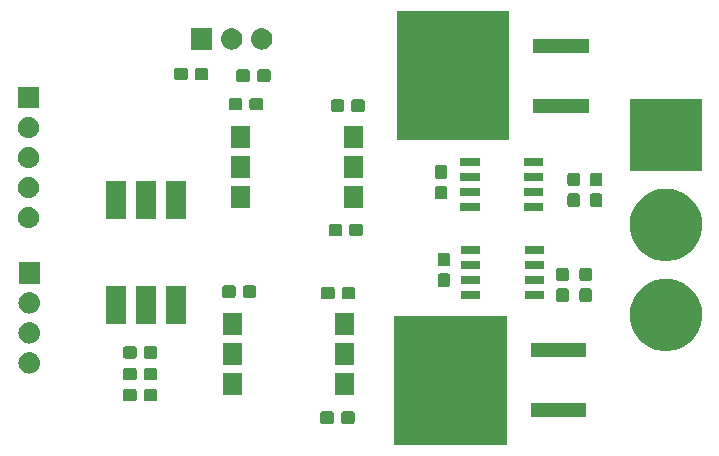
<source format=gbr>
G04 #@! TF.GenerationSoftware,KiCad,Pcbnew,5.0.0+dfsg1-2*
G04 #@! TF.CreationDate,2018-11-18T20:59:02-06:00*
G04 #@! TF.ProjectId,dimmer-2ch,64696D6D65722D3263682E6B69636164,rev?*
G04 #@! TF.SameCoordinates,Original*
G04 #@! TF.FileFunction,Soldermask,Top*
G04 #@! TF.FilePolarity,Negative*
%FSLAX46Y46*%
G04 Gerber Fmt 4.6, Leading zero omitted, Abs format (unit mm)*
G04 Created by KiCad (PCBNEW 5.0.0+dfsg1-2) date Sun Nov 18 20:59:02 2018*
%MOMM*%
%LPD*%
G01*
G04 APERTURE LIST*
%ADD10C,0.100000*%
G04 APERTURE END LIST*
D10*
G36*
X161904000Y-121275000D02*
X152402000Y-121275000D01*
X152402000Y-110373000D01*
X161904000Y-110373000D01*
X161904000Y-121275000D01*
X161904000Y-121275000D01*
G37*
G36*
X148863499Y-118477445D02*
X148900993Y-118488819D01*
X148935557Y-118507294D01*
X148965847Y-118532153D01*
X148990706Y-118562443D01*
X149009181Y-118597007D01*
X149020555Y-118634501D01*
X149025000Y-118679638D01*
X149025000Y-119318362D01*
X149020555Y-119363499D01*
X149009181Y-119400993D01*
X148990706Y-119435557D01*
X148965847Y-119465847D01*
X148935557Y-119490706D01*
X148900993Y-119509181D01*
X148863499Y-119520555D01*
X148818362Y-119525000D01*
X148079638Y-119525000D01*
X148034501Y-119520555D01*
X147997007Y-119509181D01*
X147962443Y-119490706D01*
X147932153Y-119465847D01*
X147907294Y-119435557D01*
X147888819Y-119400993D01*
X147877445Y-119363499D01*
X147873000Y-119318362D01*
X147873000Y-118679638D01*
X147877445Y-118634501D01*
X147888819Y-118597007D01*
X147907294Y-118562443D01*
X147932153Y-118532153D01*
X147962443Y-118507294D01*
X147997007Y-118488819D01*
X148034501Y-118477445D01*
X148079638Y-118473000D01*
X148818362Y-118473000D01*
X148863499Y-118477445D01*
X148863499Y-118477445D01*
G37*
G36*
X147113499Y-118477445D02*
X147150993Y-118488819D01*
X147185557Y-118507294D01*
X147215847Y-118532153D01*
X147240706Y-118562443D01*
X147259181Y-118597007D01*
X147270555Y-118634501D01*
X147275000Y-118679638D01*
X147275000Y-119318362D01*
X147270555Y-119363499D01*
X147259181Y-119400993D01*
X147240706Y-119435557D01*
X147215847Y-119465847D01*
X147185557Y-119490706D01*
X147150993Y-119509181D01*
X147113499Y-119520555D01*
X147068362Y-119525000D01*
X146329638Y-119525000D01*
X146284501Y-119520555D01*
X146247007Y-119509181D01*
X146212443Y-119490706D01*
X146182153Y-119465847D01*
X146157294Y-119435557D01*
X146138819Y-119400993D01*
X146127445Y-119363499D01*
X146123000Y-119318362D01*
X146123000Y-118679638D01*
X146127445Y-118634501D01*
X146138819Y-118597007D01*
X146157294Y-118562443D01*
X146182153Y-118532153D01*
X146212443Y-118507294D01*
X146247007Y-118488819D01*
X146284501Y-118477445D01*
X146329638Y-118473000D01*
X147068362Y-118473000D01*
X147113499Y-118477445D01*
X147113499Y-118477445D01*
G37*
G36*
X168654000Y-118965000D02*
X163952000Y-118965000D01*
X163952000Y-117763000D01*
X168654000Y-117763000D01*
X168654000Y-118965000D01*
X168654000Y-118965000D01*
G37*
G36*
X130412999Y-116572445D02*
X130450493Y-116583819D01*
X130485057Y-116602294D01*
X130515347Y-116627153D01*
X130540206Y-116657443D01*
X130558681Y-116692007D01*
X130570055Y-116729501D01*
X130574500Y-116774638D01*
X130574500Y-117413362D01*
X130570055Y-117458499D01*
X130558681Y-117495993D01*
X130540206Y-117530557D01*
X130515347Y-117560847D01*
X130485057Y-117585706D01*
X130450493Y-117604181D01*
X130412999Y-117615555D01*
X130367862Y-117620000D01*
X129629138Y-117620000D01*
X129584001Y-117615555D01*
X129546507Y-117604181D01*
X129511943Y-117585706D01*
X129481653Y-117560847D01*
X129456794Y-117530557D01*
X129438319Y-117495993D01*
X129426945Y-117458499D01*
X129422500Y-117413362D01*
X129422500Y-116774638D01*
X129426945Y-116729501D01*
X129438319Y-116692007D01*
X129456794Y-116657443D01*
X129481653Y-116627153D01*
X129511943Y-116602294D01*
X129546507Y-116583819D01*
X129584001Y-116572445D01*
X129629138Y-116568000D01*
X130367862Y-116568000D01*
X130412999Y-116572445D01*
X130412999Y-116572445D01*
G37*
G36*
X132162999Y-116572445D02*
X132200493Y-116583819D01*
X132235057Y-116602294D01*
X132265347Y-116627153D01*
X132290206Y-116657443D01*
X132308681Y-116692007D01*
X132320055Y-116729501D01*
X132324500Y-116774638D01*
X132324500Y-117413362D01*
X132320055Y-117458499D01*
X132308681Y-117495993D01*
X132290206Y-117530557D01*
X132265347Y-117560847D01*
X132235057Y-117585706D01*
X132200493Y-117604181D01*
X132162999Y-117615555D01*
X132117862Y-117620000D01*
X131379138Y-117620000D01*
X131334001Y-117615555D01*
X131296507Y-117604181D01*
X131261943Y-117585706D01*
X131231653Y-117560847D01*
X131206794Y-117530557D01*
X131188319Y-117495993D01*
X131176945Y-117458499D01*
X131172500Y-117413362D01*
X131172500Y-116774638D01*
X131176945Y-116729501D01*
X131188319Y-116692007D01*
X131206794Y-116657443D01*
X131231653Y-116627153D01*
X131261943Y-116602294D01*
X131296507Y-116583819D01*
X131334001Y-116572445D01*
X131379138Y-116568000D01*
X132117862Y-116568000D01*
X132162999Y-116572445D01*
X132162999Y-116572445D01*
G37*
G36*
X149008000Y-117109000D02*
X147406000Y-117109000D01*
X147406000Y-115227000D01*
X149008000Y-115227000D01*
X149008000Y-117109000D01*
X149008000Y-117109000D01*
G37*
G36*
X139478000Y-117109000D02*
X137876000Y-117109000D01*
X137876000Y-115227000D01*
X139478000Y-115227000D01*
X139478000Y-117109000D01*
X139478000Y-117109000D01*
G37*
G36*
X132162999Y-114794445D02*
X132200493Y-114805819D01*
X132235057Y-114824294D01*
X132265347Y-114849153D01*
X132290206Y-114879443D01*
X132308681Y-114914007D01*
X132320055Y-114951501D01*
X132324500Y-114996638D01*
X132324500Y-115635362D01*
X132320055Y-115680499D01*
X132308681Y-115717993D01*
X132290206Y-115752557D01*
X132265347Y-115782847D01*
X132235057Y-115807706D01*
X132200493Y-115826181D01*
X132162999Y-115837555D01*
X132117862Y-115842000D01*
X131379138Y-115842000D01*
X131334001Y-115837555D01*
X131296507Y-115826181D01*
X131261943Y-115807706D01*
X131231653Y-115782847D01*
X131206794Y-115752557D01*
X131188319Y-115717993D01*
X131176945Y-115680499D01*
X131172500Y-115635362D01*
X131172500Y-114996638D01*
X131176945Y-114951501D01*
X131188319Y-114914007D01*
X131206794Y-114879443D01*
X131231653Y-114849153D01*
X131261943Y-114824294D01*
X131296507Y-114805819D01*
X131334001Y-114794445D01*
X131379138Y-114790000D01*
X132117862Y-114790000D01*
X132162999Y-114794445D01*
X132162999Y-114794445D01*
G37*
G36*
X130412999Y-114794445D02*
X130450493Y-114805819D01*
X130485057Y-114824294D01*
X130515347Y-114849153D01*
X130540206Y-114879443D01*
X130558681Y-114914007D01*
X130570055Y-114951501D01*
X130574500Y-114996638D01*
X130574500Y-115635362D01*
X130570055Y-115680499D01*
X130558681Y-115717993D01*
X130540206Y-115752557D01*
X130515347Y-115782847D01*
X130485057Y-115807706D01*
X130450493Y-115826181D01*
X130412999Y-115837555D01*
X130367862Y-115842000D01*
X129629138Y-115842000D01*
X129584001Y-115837555D01*
X129546507Y-115826181D01*
X129511943Y-115807706D01*
X129481653Y-115782847D01*
X129456794Y-115752557D01*
X129438319Y-115717993D01*
X129426945Y-115680499D01*
X129422500Y-115635362D01*
X129422500Y-114996638D01*
X129426945Y-114951501D01*
X129438319Y-114914007D01*
X129456794Y-114879443D01*
X129481653Y-114849153D01*
X129511943Y-114824294D01*
X129546507Y-114805819D01*
X129584001Y-114794445D01*
X129629138Y-114790000D01*
X130367862Y-114790000D01*
X130412999Y-114794445D01*
X130412999Y-114794445D01*
G37*
G36*
X121585942Y-113469018D02*
X121652127Y-113475537D01*
X121765353Y-113509884D01*
X121821967Y-113527057D01*
X121960587Y-113601152D01*
X121978491Y-113610722D01*
X122014229Y-113640052D01*
X122115686Y-113723314D01*
X122173582Y-113793862D01*
X122228278Y-113860509D01*
X122228279Y-113860511D01*
X122311943Y-114017033D01*
X122311943Y-114017034D01*
X122363463Y-114186873D01*
X122380859Y-114363500D01*
X122363463Y-114540127D01*
X122354704Y-114569000D01*
X122311943Y-114709967D01*
X122269164Y-114790000D01*
X122228278Y-114866491D01*
X122217648Y-114879443D01*
X122115686Y-115003686D01*
X122014229Y-115086948D01*
X121978491Y-115116278D01*
X121978489Y-115116279D01*
X121821967Y-115199943D01*
X121765353Y-115217116D01*
X121652127Y-115251463D01*
X121585943Y-115257981D01*
X121519760Y-115264500D01*
X121431240Y-115264500D01*
X121365057Y-115257981D01*
X121298873Y-115251463D01*
X121185647Y-115217116D01*
X121129033Y-115199943D01*
X120972511Y-115116279D01*
X120972509Y-115116278D01*
X120936771Y-115086948D01*
X120835314Y-115003686D01*
X120733352Y-114879443D01*
X120722722Y-114866491D01*
X120681836Y-114790000D01*
X120639057Y-114709967D01*
X120596296Y-114569000D01*
X120587537Y-114540127D01*
X120570141Y-114363500D01*
X120587537Y-114186873D01*
X120639057Y-114017034D01*
X120639057Y-114017033D01*
X120722721Y-113860511D01*
X120722722Y-113860509D01*
X120777418Y-113793862D01*
X120835314Y-113723314D01*
X120936771Y-113640052D01*
X120972509Y-113610722D01*
X120990413Y-113601152D01*
X121129033Y-113527057D01*
X121185647Y-113509884D01*
X121298873Y-113475537D01*
X121365058Y-113469018D01*
X121431240Y-113462500D01*
X121519760Y-113462500D01*
X121585942Y-113469018D01*
X121585942Y-113469018D01*
G37*
G36*
X149008000Y-114569000D02*
X147406000Y-114569000D01*
X147406000Y-112687000D01*
X149008000Y-112687000D01*
X149008000Y-114569000D01*
X149008000Y-114569000D01*
G37*
G36*
X139478000Y-114569000D02*
X137876000Y-114569000D01*
X137876000Y-112687000D01*
X139478000Y-112687000D01*
X139478000Y-114569000D01*
X139478000Y-114569000D01*
G37*
G36*
X130412999Y-112952945D02*
X130450493Y-112964319D01*
X130485057Y-112982794D01*
X130515347Y-113007653D01*
X130540206Y-113037943D01*
X130558681Y-113072507D01*
X130570055Y-113110001D01*
X130574500Y-113155138D01*
X130574500Y-113793862D01*
X130570055Y-113838999D01*
X130558681Y-113876493D01*
X130540206Y-113911057D01*
X130515347Y-113941347D01*
X130485057Y-113966206D01*
X130450493Y-113984681D01*
X130412999Y-113996055D01*
X130367862Y-114000500D01*
X129629138Y-114000500D01*
X129584001Y-113996055D01*
X129546507Y-113984681D01*
X129511943Y-113966206D01*
X129481653Y-113941347D01*
X129456794Y-113911057D01*
X129438319Y-113876493D01*
X129426945Y-113838999D01*
X129422500Y-113793862D01*
X129422500Y-113155138D01*
X129426945Y-113110001D01*
X129438319Y-113072507D01*
X129456794Y-113037943D01*
X129481653Y-113007653D01*
X129511943Y-112982794D01*
X129546507Y-112964319D01*
X129584001Y-112952945D01*
X129629138Y-112948500D01*
X130367862Y-112948500D01*
X130412999Y-112952945D01*
X130412999Y-112952945D01*
G37*
G36*
X132162999Y-112952945D02*
X132200493Y-112964319D01*
X132235057Y-112982794D01*
X132265347Y-113007653D01*
X132290206Y-113037943D01*
X132308681Y-113072507D01*
X132320055Y-113110001D01*
X132324500Y-113155138D01*
X132324500Y-113793862D01*
X132320055Y-113838999D01*
X132308681Y-113876493D01*
X132290206Y-113911057D01*
X132265347Y-113941347D01*
X132235057Y-113966206D01*
X132200493Y-113984681D01*
X132162999Y-113996055D01*
X132117862Y-114000500D01*
X131379138Y-114000500D01*
X131334001Y-113996055D01*
X131296507Y-113984681D01*
X131261943Y-113966206D01*
X131231653Y-113941347D01*
X131206794Y-113911057D01*
X131188319Y-113876493D01*
X131176945Y-113838999D01*
X131172500Y-113793862D01*
X131172500Y-113155138D01*
X131176945Y-113110001D01*
X131188319Y-113072507D01*
X131206794Y-113037943D01*
X131231653Y-113007653D01*
X131261943Y-112982794D01*
X131296507Y-112964319D01*
X131334001Y-112952945D01*
X131379138Y-112948500D01*
X132117862Y-112948500D01*
X132162999Y-112952945D01*
X132162999Y-112952945D01*
G37*
G36*
X168654000Y-113885000D02*
X163952000Y-113885000D01*
X163952000Y-112683000D01*
X168654000Y-112683000D01*
X168654000Y-113885000D01*
X168654000Y-113885000D01*
G37*
G36*
X175713122Y-107253862D02*
X176276868Y-107365998D01*
X176832067Y-107595969D01*
X177211237Y-107849323D01*
X177331736Y-107929838D01*
X177756662Y-108354764D01*
X177756664Y-108354767D01*
X178090531Y-108854433D01*
X178268256Y-109283500D01*
X178320502Y-109409633D01*
X178422754Y-109923685D01*
X178437740Y-109999028D01*
X178437740Y-110599972D01*
X178320502Y-111189368D01*
X178090531Y-111744567D01*
X177919772Y-112000125D01*
X177756662Y-112244236D01*
X177331736Y-112669162D01*
X177331733Y-112669164D01*
X176832067Y-113003031D01*
X176276868Y-113233002D01*
X175982170Y-113291621D01*
X175687473Y-113350240D01*
X175086527Y-113350240D01*
X174791830Y-113291621D01*
X174497132Y-113233002D01*
X173941933Y-113003031D01*
X173442267Y-112669164D01*
X173442264Y-112669162D01*
X173017338Y-112244236D01*
X172854228Y-112000125D01*
X172683469Y-111744567D01*
X172453498Y-111189368D01*
X172336260Y-110599972D01*
X172336260Y-109999028D01*
X172351247Y-109923685D01*
X172453498Y-109409633D01*
X172505744Y-109283500D01*
X172683469Y-108854433D01*
X173017336Y-108354767D01*
X173017338Y-108354764D01*
X173442264Y-107929838D01*
X173562763Y-107849323D01*
X173941933Y-107595969D01*
X174497132Y-107365998D01*
X175060878Y-107253862D01*
X175086527Y-107248760D01*
X175687473Y-107248760D01*
X175713122Y-107253862D01*
X175713122Y-107253862D01*
G37*
G36*
X121585943Y-110929019D02*
X121652127Y-110935537D01*
X121765353Y-110969884D01*
X121821967Y-110987057D01*
X121960587Y-111061152D01*
X121978491Y-111070722D01*
X122014229Y-111100052D01*
X122115686Y-111183314D01*
X122198948Y-111284771D01*
X122228278Y-111320509D01*
X122228279Y-111320511D01*
X122311943Y-111477033D01*
X122311943Y-111477034D01*
X122363463Y-111646873D01*
X122380859Y-111823500D01*
X122363463Y-112000127D01*
X122354704Y-112029000D01*
X122311943Y-112169967D01*
X122272246Y-112244233D01*
X122228278Y-112326491D01*
X122198948Y-112362229D01*
X122115686Y-112463686D01*
X122014229Y-112546948D01*
X121978491Y-112576278D01*
X121978489Y-112576279D01*
X121821967Y-112659943D01*
X121765353Y-112677116D01*
X121652127Y-112711463D01*
X121585943Y-112717981D01*
X121519760Y-112724500D01*
X121431240Y-112724500D01*
X121365057Y-112717981D01*
X121298873Y-112711463D01*
X121185647Y-112677116D01*
X121129033Y-112659943D01*
X120972511Y-112576279D01*
X120972509Y-112576278D01*
X120936771Y-112546948D01*
X120835314Y-112463686D01*
X120752052Y-112362229D01*
X120722722Y-112326491D01*
X120678754Y-112244233D01*
X120639057Y-112169967D01*
X120596296Y-112029000D01*
X120587537Y-112000127D01*
X120570141Y-111823500D01*
X120587537Y-111646873D01*
X120639057Y-111477034D01*
X120639057Y-111477033D01*
X120722721Y-111320511D01*
X120722722Y-111320509D01*
X120752052Y-111284771D01*
X120835314Y-111183314D01*
X120936771Y-111100052D01*
X120972509Y-111070722D01*
X120990413Y-111061152D01*
X121129033Y-110987057D01*
X121185647Y-110969884D01*
X121298873Y-110935537D01*
X121365057Y-110929019D01*
X121431240Y-110922500D01*
X121519760Y-110922500D01*
X121585943Y-110929019D01*
X121585943Y-110929019D01*
G37*
G36*
X149008000Y-112029000D02*
X147406000Y-112029000D01*
X147406000Y-110147000D01*
X149008000Y-110147000D01*
X149008000Y-112029000D01*
X149008000Y-112029000D01*
G37*
G36*
X139478000Y-112029000D02*
X137876000Y-112029000D01*
X137876000Y-110147000D01*
X139478000Y-110147000D01*
X139478000Y-112029000D01*
X139478000Y-112029000D01*
G37*
G36*
X129692500Y-111075000D02*
X127990500Y-111075000D01*
X127990500Y-107873000D01*
X129692500Y-107873000D01*
X129692500Y-111075000D01*
X129692500Y-111075000D01*
G37*
G36*
X132232500Y-111075000D02*
X130530500Y-111075000D01*
X130530500Y-107873000D01*
X132232500Y-107873000D01*
X132232500Y-111075000D01*
X132232500Y-111075000D01*
G37*
G36*
X134772500Y-111075000D02*
X133070500Y-111075000D01*
X133070500Y-107873000D01*
X134772500Y-107873000D01*
X134772500Y-111075000D01*
X134772500Y-111075000D01*
G37*
G36*
X121585943Y-108389019D02*
X121652127Y-108395537D01*
X121765353Y-108429884D01*
X121821967Y-108447057D01*
X121960587Y-108521152D01*
X121978491Y-108530722D01*
X122014229Y-108560052D01*
X122115686Y-108643314D01*
X122195127Y-108740115D01*
X122228278Y-108780509D01*
X122228279Y-108780511D01*
X122311943Y-108937033D01*
X122311943Y-108937034D01*
X122363463Y-109106873D01*
X122380859Y-109283500D01*
X122363463Y-109460127D01*
X122329116Y-109573353D01*
X122311943Y-109629967D01*
X122237848Y-109768587D01*
X122228278Y-109786491D01*
X122198948Y-109822229D01*
X122115686Y-109923686D01*
X122023881Y-109999027D01*
X121978491Y-110036278D01*
X121978489Y-110036279D01*
X121821967Y-110119943D01*
X121765353Y-110137116D01*
X121652127Y-110171463D01*
X121585942Y-110177982D01*
X121519760Y-110184500D01*
X121431240Y-110184500D01*
X121365058Y-110177982D01*
X121298873Y-110171463D01*
X121185647Y-110137116D01*
X121129033Y-110119943D01*
X120972511Y-110036279D01*
X120972509Y-110036278D01*
X120927119Y-109999027D01*
X120835314Y-109923686D01*
X120752052Y-109822229D01*
X120722722Y-109786491D01*
X120713152Y-109768587D01*
X120639057Y-109629967D01*
X120621884Y-109573353D01*
X120587537Y-109460127D01*
X120570141Y-109283500D01*
X120587537Y-109106873D01*
X120639057Y-108937034D01*
X120639057Y-108937033D01*
X120722721Y-108780511D01*
X120722722Y-108780509D01*
X120755873Y-108740115D01*
X120835314Y-108643314D01*
X120936771Y-108560052D01*
X120972509Y-108530722D01*
X120990413Y-108521152D01*
X121129033Y-108447057D01*
X121185647Y-108429884D01*
X121298873Y-108395537D01*
X121365057Y-108389019D01*
X121431240Y-108382500D01*
X121519760Y-108382500D01*
X121585943Y-108389019D01*
X121585943Y-108389019D01*
G37*
G36*
X166988499Y-108062945D02*
X167025993Y-108074319D01*
X167060557Y-108092794D01*
X167090847Y-108117653D01*
X167115706Y-108147943D01*
X167134181Y-108182507D01*
X167145555Y-108220001D01*
X167150000Y-108265138D01*
X167150000Y-109003862D01*
X167145555Y-109048999D01*
X167134181Y-109086493D01*
X167115706Y-109121057D01*
X167090847Y-109151347D01*
X167060557Y-109176206D01*
X167025993Y-109194681D01*
X166988499Y-109206055D01*
X166943362Y-109210500D01*
X166304638Y-109210500D01*
X166259501Y-109206055D01*
X166222007Y-109194681D01*
X166187443Y-109176206D01*
X166157153Y-109151347D01*
X166132294Y-109121057D01*
X166113819Y-109086493D01*
X166102445Y-109048999D01*
X166098000Y-109003862D01*
X166098000Y-108265138D01*
X166102445Y-108220001D01*
X166113819Y-108182507D01*
X166132294Y-108147943D01*
X166157153Y-108117653D01*
X166187443Y-108092794D01*
X166222007Y-108074319D01*
X166259501Y-108062945D01*
X166304638Y-108058500D01*
X166943362Y-108058500D01*
X166988499Y-108062945D01*
X166988499Y-108062945D01*
G37*
G36*
X168956999Y-108062945D02*
X168994493Y-108074319D01*
X169029057Y-108092794D01*
X169059347Y-108117653D01*
X169084206Y-108147943D01*
X169102681Y-108182507D01*
X169114055Y-108220001D01*
X169118500Y-108265138D01*
X169118500Y-109003862D01*
X169114055Y-109048999D01*
X169102681Y-109086493D01*
X169084206Y-109121057D01*
X169059347Y-109151347D01*
X169029057Y-109176206D01*
X168994493Y-109194681D01*
X168956999Y-109206055D01*
X168911862Y-109210500D01*
X168273138Y-109210500D01*
X168228001Y-109206055D01*
X168190507Y-109194681D01*
X168155943Y-109176206D01*
X168125653Y-109151347D01*
X168100794Y-109121057D01*
X168082319Y-109086493D01*
X168070945Y-109048999D01*
X168066500Y-109003862D01*
X168066500Y-108265138D01*
X168070945Y-108220001D01*
X168082319Y-108182507D01*
X168100794Y-108147943D01*
X168125653Y-108117653D01*
X168155943Y-108092794D01*
X168190507Y-108074319D01*
X168228001Y-108062945D01*
X168273138Y-108058500D01*
X168911862Y-108058500D01*
X168956999Y-108062945D01*
X168956999Y-108062945D01*
G37*
G36*
X148926999Y-107936445D02*
X148964493Y-107947819D01*
X148999057Y-107966294D01*
X149029347Y-107991153D01*
X149054206Y-108021443D01*
X149072681Y-108056007D01*
X149084055Y-108093501D01*
X149088500Y-108138638D01*
X149088500Y-108777362D01*
X149084055Y-108822499D01*
X149072681Y-108859993D01*
X149054206Y-108894557D01*
X149029347Y-108924847D01*
X148999057Y-108949706D01*
X148964493Y-108968181D01*
X148926999Y-108979555D01*
X148881862Y-108984000D01*
X148143138Y-108984000D01*
X148098001Y-108979555D01*
X148060507Y-108968181D01*
X148025943Y-108949706D01*
X147995653Y-108924847D01*
X147970794Y-108894557D01*
X147952319Y-108859993D01*
X147940945Y-108822499D01*
X147936500Y-108777362D01*
X147936500Y-108138638D01*
X147940945Y-108093501D01*
X147952319Y-108056007D01*
X147970794Y-108021443D01*
X147995653Y-107991153D01*
X148025943Y-107966294D01*
X148060507Y-107947819D01*
X148098001Y-107936445D01*
X148143138Y-107932000D01*
X148881862Y-107932000D01*
X148926999Y-107936445D01*
X148926999Y-107936445D01*
G37*
G36*
X147176999Y-107936445D02*
X147214493Y-107947819D01*
X147249057Y-107966294D01*
X147279347Y-107991153D01*
X147304206Y-108021443D01*
X147322681Y-108056007D01*
X147334055Y-108093501D01*
X147338500Y-108138638D01*
X147338500Y-108777362D01*
X147334055Y-108822499D01*
X147322681Y-108859993D01*
X147304206Y-108894557D01*
X147279347Y-108924847D01*
X147249057Y-108949706D01*
X147214493Y-108968181D01*
X147176999Y-108979555D01*
X147131862Y-108984000D01*
X146393138Y-108984000D01*
X146348001Y-108979555D01*
X146310507Y-108968181D01*
X146275943Y-108949706D01*
X146245653Y-108924847D01*
X146220794Y-108894557D01*
X146202319Y-108859993D01*
X146190945Y-108822499D01*
X146186500Y-108777362D01*
X146186500Y-108138638D01*
X146190945Y-108093501D01*
X146202319Y-108056007D01*
X146220794Y-108021443D01*
X146245653Y-107991153D01*
X146275943Y-107966294D01*
X146310507Y-107947819D01*
X146348001Y-107936445D01*
X146393138Y-107932000D01*
X147131862Y-107932000D01*
X147176999Y-107936445D01*
X147176999Y-107936445D01*
G37*
G36*
X165070000Y-108936000D02*
X163418000Y-108936000D01*
X163418000Y-108234000D01*
X165070000Y-108234000D01*
X165070000Y-108936000D01*
X165070000Y-108936000D01*
G37*
G36*
X159670000Y-108936000D02*
X158018000Y-108936000D01*
X158018000Y-108234000D01*
X159670000Y-108234000D01*
X159670000Y-108936000D01*
X159670000Y-108936000D01*
G37*
G36*
X138794999Y-107809445D02*
X138832493Y-107820819D01*
X138867057Y-107839294D01*
X138897347Y-107864153D01*
X138922206Y-107894443D01*
X138940681Y-107929007D01*
X138952055Y-107966501D01*
X138956500Y-108011638D01*
X138956500Y-108650362D01*
X138952055Y-108695499D01*
X138940681Y-108732993D01*
X138922206Y-108767557D01*
X138897347Y-108797847D01*
X138867057Y-108822706D01*
X138832493Y-108841181D01*
X138794999Y-108852555D01*
X138749862Y-108857000D01*
X138011138Y-108857000D01*
X137966001Y-108852555D01*
X137928507Y-108841181D01*
X137893943Y-108822706D01*
X137863653Y-108797847D01*
X137838794Y-108767557D01*
X137820319Y-108732993D01*
X137808945Y-108695499D01*
X137804500Y-108650362D01*
X137804500Y-108011638D01*
X137808945Y-107966501D01*
X137820319Y-107929007D01*
X137838794Y-107894443D01*
X137863653Y-107864153D01*
X137893943Y-107839294D01*
X137928507Y-107820819D01*
X137966001Y-107809445D01*
X138011138Y-107805000D01*
X138749862Y-107805000D01*
X138794999Y-107809445D01*
X138794999Y-107809445D01*
G37*
G36*
X140544999Y-107809445D02*
X140582493Y-107820819D01*
X140617057Y-107839294D01*
X140647347Y-107864153D01*
X140672206Y-107894443D01*
X140690681Y-107929007D01*
X140702055Y-107966501D01*
X140706500Y-108011638D01*
X140706500Y-108650362D01*
X140702055Y-108695499D01*
X140690681Y-108732993D01*
X140672206Y-108767557D01*
X140647347Y-108797847D01*
X140617057Y-108822706D01*
X140582493Y-108841181D01*
X140544999Y-108852555D01*
X140499862Y-108857000D01*
X139761138Y-108857000D01*
X139716001Y-108852555D01*
X139678507Y-108841181D01*
X139643943Y-108822706D01*
X139613653Y-108797847D01*
X139588794Y-108767557D01*
X139570319Y-108732993D01*
X139558945Y-108695499D01*
X139554500Y-108650362D01*
X139554500Y-108011638D01*
X139558945Y-107966501D01*
X139570319Y-107929007D01*
X139588794Y-107894443D01*
X139613653Y-107864153D01*
X139643943Y-107839294D01*
X139678507Y-107820819D01*
X139716001Y-107809445D01*
X139761138Y-107805000D01*
X140499862Y-107805000D01*
X140544999Y-107809445D01*
X140544999Y-107809445D01*
G37*
G36*
X156955499Y-106792945D02*
X156992993Y-106804319D01*
X157027557Y-106822794D01*
X157057847Y-106847653D01*
X157082706Y-106877943D01*
X157101181Y-106912507D01*
X157112555Y-106950001D01*
X157117000Y-106995138D01*
X157117000Y-107733862D01*
X157112555Y-107778999D01*
X157101181Y-107816493D01*
X157082706Y-107851057D01*
X157057847Y-107881347D01*
X157027557Y-107906206D01*
X156992993Y-107924681D01*
X156955499Y-107936055D01*
X156910362Y-107940500D01*
X156271638Y-107940500D01*
X156226501Y-107936055D01*
X156189007Y-107924681D01*
X156154443Y-107906206D01*
X156124153Y-107881347D01*
X156099294Y-107851057D01*
X156080819Y-107816493D01*
X156069445Y-107778999D01*
X156065000Y-107733862D01*
X156065000Y-106995138D01*
X156069445Y-106950001D01*
X156080819Y-106912507D01*
X156099294Y-106877943D01*
X156124153Y-106847653D01*
X156154443Y-106822794D01*
X156189007Y-106804319D01*
X156226501Y-106792945D01*
X156271638Y-106788500D01*
X156910362Y-106788500D01*
X156955499Y-106792945D01*
X156955499Y-106792945D01*
G37*
G36*
X165070000Y-107666000D02*
X163418000Y-107666000D01*
X163418000Y-106964000D01*
X165070000Y-106964000D01*
X165070000Y-107666000D01*
X165070000Y-107666000D01*
G37*
G36*
X159670000Y-107666000D02*
X158018000Y-107666000D01*
X158018000Y-106964000D01*
X159670000Y-106964000D01*
X159670000Y-107666000D01*
X159670000Y-107666000D01*
G37*
G36*
X122376500Y-107644500D02*
X120574500Y-107644500D01*
X120574500Y-105842500D01*
X122376500Y-105842500D01*
X122376500Y-107644500D01*
X122376500Y-107644500D01*
G37*
G36*
X168956999Y-106312945D02*
X168994493Y-106324319D01*
X169029057Y-106342794D01*
X169059347Y-106367653D01*
X169084206Y-106397943D01*
X169102681Y-106432507D01*
X169114055Y-106470001D01*
X169118500Y-106515138D01*
X169118500Y-107253862D01*
X169114055Y-107298999D01*
X169102681Y-107336493D01*
X169084206Y-107371057D01*
X169059347Y-107401347D01*
X169029057Y-107426206D01*
X168994493Y-107444681D01*
X168956999Y-107456055D01*
X168911862Y-107460500D01*
X168273138Y-107460500D01*
X168228001Y-107456055D01*
X168190507Y-107444681D01*
X168155943Y-107426206D01*
X168125653Y-107401347D01*
X168100794Y-107371057D01*
X168082319Y-107336493D01*
X168070945Y-107298999D01*
X168066500Y-107253862D01*
X168066500Y-106515138D01*
X168070945Y-106470001D01*
X168082319Y-106432507D01*
X168100794Y-106397943D01*
X168125653Y-106367653D01*
X168155943Y-106342794D01*
X168190507Y-106324319D01*
X168228001Y-106312945D01*
X168273138Y-106308500D01*
X168911862Y-106308500D01*
X168956999Y-106312945D01*
X168956999Y-106312945D01*
G37*
G36*
X166988499Y-106312945D02*
X167025993Y-106324319D01*
X167060557Y-106342794D01*
X167090847Y-106367653D01*
X167115706Y-106397943D01*
X167134181Y-106432507D01*
X167145555Y-106470001D01*
X167150000Y-106515138D01*
X167150000Y-107253862D01*
X167145555Y-107298999D01*
X167134181Y-107336493D01*
X167115706Y-107371057D01*
X167090847Y-107401347D01*
X167060557Y-107426206D01*
X167025993Y-107444681D01*
X166988499Y-107456055D01*
X166943362Y-107460500D01*
X166304638Y-107460500D01*
X166259501Y-107456055D01*
X166222007Y-107444681D01*
X166187443Y-107426206D01*
X166157153Y-107401347D01*
X166132294Y-107371057D01*
X166113819Y-107336493D01*
X166102445Y-107298999D01*
X166098000Y-107253862D01*
X166098000Y-106515138D01*
X166102445Y-106470001D01*
X166113819Y-106432507D01*
X166132294Y-106397943D01*
X166157153Y-106367653D01*
X166187443Y-106342794D01*
X166222007Y-106324319D01*
X166259501Y-106312945D01*
X166304638Y-106308500D01*
X166943362Y-106308500D01*
X166988499Y-106312945D01*
X166988499Y-106312945D01*
G37*
G36*
X159670000Y-106396000D02*
X158018000Y-106396000D01*
X158018000Y-105694000D01*
X159670000Y-105694000D01*
X159670000Y-106396000D01*
X159670000Y-106396000D01*
G37*
G36*
X165070000Y-106396000D02*
X163418000Y-106396000D01*
X163418000Y-105694000D01*
X165070000Y-105694000D01*
X165070000Y-106396000D01*
X165070000Y-106396000D01*
G37*
G36*
X156955499Y-105042945D02*
X156992993Y-105054319D01*
X157027557Y-105072794D01*
X157057847Y-105097653D01*
X157082706Y-105127943D01*
X157101181Y-105162507D01*
X157112555Y-105200001D01*
X157117000Y-105245138D01*
X157117000Y-105983862D01*
X157112555Y-106028999D01*
X157101181Y-106066493D01*
X157082706Y-106101057D01*
X157057847Y-106131347D01*
X157027557Y-106156206D01*
X156992993Y-106174681D01*
X156955499Y-106186055D01*
X156910362Y-106190500D01*
X156271638Y-106190500D01*
X156226501Y-106186055D01*
X156189007Y-106174681D01*
X156154443Y-106156206D01*
X156124153Y-106131347D01*
X156099294Y-106101057D01*
X156080819Y-106066493D01*
X156069445Y-106028999D01*
X156065000Y-105983862D01*
X156065000Y-105245138D01*
X156069445Y-105200001D01*
X156080819Y-105162507D01*
X156099294Y-105127943D01*
X156124153Y-105097653D01*
X156154443Y-105072794D01*
X156189007Y-105054319D01*
X156226501Y-105042945D01*
X156271638Y-105038500D01*
X156910362Y-105038500D01*
X156955499Y-105042945D01*
X156955499Y-105042945D01*
G37*
G36*
X175950729Y-99681125D02*
X176276868Y-99745998D01*
X176832067Y-99975969D01*
X177273611Y-100271000D01*
X177331736Y-100309838D01*
X177756662Y-100734764D01*
X177756664Y-100734767D01*
X178090531Y-101234433D01*
X178320502Y-101789632D01*
X178320502Y-101789633D01*
X178399146Y-102185000D01*
X178437740Y-102379028D01*
X178437740Y-102979972D01*
X178320502Y-103569368D01*
X178090531Y-104124567D01*
X177758916Y-104620863D01*
X177756662Y-104624236D01*
X177331736Y-105049162D01*
X177331733Y-105049164D01*
X176832067Y-105383031D01*
X176276868Y-105613002D01*
X175982170Y-105671621D01*
X175687473Y-105730240D01*
X175086527Y-105730240D01*
X174791830Y-105671621D01*
X174497132Y-105613002D01*
X173941933Y-105383031D01*
X173442267Y-105049164D01*
X173442264Y-105049162D01*
X173017338Y-104624236D01*
X173015084Y-104620863D01*
X172683469Y-104124567D01*
X172453498Y-103569368D01*
X172336260Y-102979972D01*
X172336260Y-102379028D01*
X172374855Y-102185000D01*
X172453498Y-101789633D01*
X172453498Y-101789632D01*
X172683469Y-101234433D01*
X173017336Y-100734767D01*
X173017338Y-100734764D01*
X173442264Y-100309838D01*
X173500389Y-100271000D01*
X173941933Y-99975969D01*
X174497132Y-99745998D01*
X174823271Y-99681125D01*
X175086527Y-99628760D01*
X175687473Y-99628760D01*
X175950729Y-99681125D01*
X175950729Y-99681125D01*
G37*
G36*
X165070000Y-105126000D02*
X163418000Y-105126000D01*
X163418000Y-104424000D01*
X165070000Y-104424000D01*
X165070000Y-105126000D01*
X165070000Y-105126000D01*
G37*
G36*
X159670000Y-105126000D02*
X158018000Y-105126000D01*
X158018000Y-104424000D01*
X159670000Y-104424000D01*
X159670000Y-105126000D01*
X159670000Y-105126000D01*
G37*
G36*
X149561999Y-102602445D02*
X149599493Y-102613819D01*
X149634057Y-102632294D01*
X149664347Y-102657153D01*
X149689206Y-102687443D01*
X149707681Y-102722007D01*
X149719055Y-102759501D01*
X149723500Y-102804638D01*
X149723500Y-103443362D01*
X149719055Y-103488499D01*
X149707681Y-103525993D01*
X149689206Y-103560557D01*
X149664347Y-103590847D01*
X149634057Y-103615706D01*
X149599493Y-103634181D01*
X149561999Y-103645555D01*
X149516862Y-103650000D01*
X148778138Y-103650000D01*
X148733001Y-103645555D01*
X148695507Y-103634181D01*
X148660943Y-103615706D01*
X148630653Y-103590847D01*
X148605794Y-103560557D01*
X148587319Y-103525993D01*
X148575945Y-103488499D01*
X148571500Y-103443362D01*
X148571500Y-102804638D01*
X148575945Y-102759501D01*
X148587319Y-102722007D01*
X148605794Y-102687443D01*
X148630653Y-102657153D01*
X148660943Y-102632294D01*
X148695507Y-102613819D01*
X148733001Y-102602445D01*
X148778138Y-102598000D01*
X149516862Y-102598000D01*
X149561999Y-102602445D01*
X149561999Y-102602445D01*
G37*
G36*
X147811999Y-102602445D02*
X147849493Y-102613819D01*
X147884057Y-102632294D01*
X147914347Y-102657153D01*
X147939206Y-102687443D01*
X147957681Y-102722007D01*
X147969055Y-102759501D01*
X147973500Y-102804638D01*
X147973500Y-103443362D01*
X147969055Y-103488499D01*
X147957681Y-103525993D01*
X147939206Y-103560557D01*
X147914347Y-103590847D01*
X147884057Y-103615706D01*
X147849493Y-103634181D01*
X147811999Y-103645555D01*
X147766862Y-103650000D01*
X147028138Y-103650000D01*
X146983001Y-103645555D01*
X146945507Y-103634181D01*
X146910943Y-103615706D01*
X146880653Y-103590847D01*
X146855794Y-103560557D01*
X146837319Y-103525993D01*
X146825945Y-103488499D01*
X146821500Y-103443362D01*
X146821500Y-102804638D01*
X146825945Y-102759501D01*
X146837319Y-102722007D01*
X146855794Y-102687443D01*
X146880653Y-102657153D01*
X146910943Y-102632294D01*
X146945507Y-102613819D01*
X146983001Y-102602445D01*
X147028138Y-102598000D01*
X147766862Y-102598000D01*
X147811999Y-102602445D01*
X147811999Y-102602445D01*
G37*
G36*
X121522443Y-101150019D02*
X121588627Y-101156537D01*
X121701853Y-101190884D01*
X121758467Y-101208057D01*
X121807812Y-101234433D01*
X121914991Y-101291722D01*
X121950729Y-101321052D01*
X122052186Y-101404314D01*
X122135448Y-101505771D01*
X122164778Y-101541509D01*
X122164779Y-101541511D01*
X122248443Y-101698033D01*
X122248443Y-101698034D01*
X122299963Y-101867873D01*
X122317359Y-102044500D01*
X122299963Y-102221127D01*
X122265616Y-102334353D01*
X122248443Y-102390967D01*
X122174348Y-102529587D01*
X122164778Y-102547491D01*
X122135448Y-102583229D01*
X122052186Y-102684686D01*
X121961022Y-102759501D01*
X121914991Y-102797278D01*
X121897087Y-102806848D01*
X121758467Y-102880943D01*
X121701853Y-102898116D01*
X121588627Y-102932463D01*
X121522442Y-102938982D01*
X121456260Y-102945500D01*
X121367740Y-102945500D01*
X121301558Y-102938982D01*
X121235373Y-102932463D01*
X121122147Y-102898116D01*
X121065533Y-102880943D01*
X120926913Y-102806848D01*
X120909009Y-102797278D01*
X120862978Y-102759501D01*
X120771814Y-102684686D01*
X120688552Y-102583229D01*
X120659222Y-102547491D01*
X120649652Y-102529587D01*
X120575557Y-102390967D01*
X120558384Y-102334353D01*
X120524037Y-102221127D01*
X120506641Y-102044500D01*
X120524037Y-101867873D01*
X120575557Y-101698034D01*
X120575557Y-101698033D01*
X120659221Y-101541511D01*
X120659222Y-101541509D01*
X120688552Y-101505771D01*
X120771814Y-101404314D01*
X120873271Y-101321052D01*
X120909009Y-101291722D01*
X121016188Y-101234433D01*
X121065533Y-101208057D01*
X121122147Y-101190884D01*
X121235373Y-101156537D01*
X121301557Y-101150019D01*
X121367740Y-101143500D01*
X121456260Y-101143500D01*
X121522443Y-101150019D01*
X121522443Y-101150019D01*
G37*
G36*
X132232500Y-102185000D02*
X130530500Y-102185000D01*
X130530500Y-98983000D01*
X132232500Y-98983000D01*
X132232500Y-102185000D01*
X132232500Y-102185000D01*
G37*
G36*
X134772500Y-102185000D02*
X133070500Y-102185000D01*
X133070500Y-98983000D01*
X134772500Y-98983000D01*
X134772500Y-102185000D01*
X134772500Y-102185000D01*
G37*
G36*
X129692500Y-102185000D02*
X127990500Y-102185000D01*
X127990500Y-98983000D01*
X129692500Y-98983000D01*
X129692500Y-102185000D01*
X129692500Y-102185000D01*
G37*
G36*
X165006500Y-101506500D02*
X163354500Y-101506500D01*
X163354500Y-100804500D01*
X165006500Y-100804500D01*
X165006500Y-101506500D01*
X165006500Y-101506500D01*
G37*
G36*
X159606500Y-101506500D02*
X157954500Y-101506500D01*
X157954500Y-100804500D01*
X159606500Y-100804500D01*
X159606500Y-101506500D01*
X159606500Y-101506500D01*
G37*
G36*
X149708500Y-101271000D02*
X148106500Y-101271000D01*
X148106500Y-99389000D01*
X149708500Y-99389000D01*
X149708500Y-101271000D01*
X149708500Y-101271000D01*
G37*
G36*
X140178500Y-101271000D02*
X138576500Y-101271000D01*
X138576500Y-99389000D01*
X140178500Y-99389000D01*
X140178500Y-101271000D01*
X140178500Y-101271000D01*
G37*
G36*
X167940999Y-100012445D02*
X167978493Y-100023819D01*
X168013057Y-100042294D01*
X168043347Y-100067153D01*
X168068206Y-100097443D01*
X168086681Y-100132007D01*
X168098055Y-100169501D01*
X168102500Y-100214638D01*
X168102500Y-100953362D01*
X168098055Y-100998499D01*
X168086681Y-101035993D01*
X168068206Y-101070557D01*
X168043347Y-101100847D01*
X168013057Y-101125706D01*
X167978493Y-101144181D01*
X167940999Y-101155555D01*
X167895862Y-101160000D01*
X167257138Y-101160000D01*
X167212001Y-101155555D01*
X167174507Y-101144181D01*
X167139943Y-101125706D01*
X167109653Y-101100847D01*
X167084794Y-101070557D01*
X167066319Y-101035993D01*
X167054945Y-100998499D01*
X167050500Y-100953362D01*
X167050500Y-100214638D01*
X167054945Y-100169501D01*
X167066319Y-100132007D01*
X167084794Y-100097443D01*
X167109653Y-100067153D01*
X167139943Y-100042294D01*
X167174507Y-100023819D01*
X167212001Y-100012445D01*
X167257138Y-100008000D01*
X167895862Y-100008000D01*
X167940999Y-100012445D01*
X167940999Y-100012445D01*
G37*
G36*
X169845999Y-100012445D02*
X169883493Y-100023819D01*
X169918057Y-100042294D01*
X169948347Y-100067153D01*
X169973206Y-100097443D01*
X169991681Y-100132007D01*
X170003055Y-100169501D01*
X170007500Y-100214638D01*
X170007500Y-100953362D01*
X170003055Y-100998499D01*
X169991681Y-101035993D01*
X169973206Y-101070557D01*
X169948347Y-101100847D01*
X169918057Y-101125706D01*
X169883493Y-101144181D01*
X169845999Y-101155555D01*
X169800862Y-101160000D01*
X169162138Y-101160000D01*
X169117001Y-101155555D01*
X169079507Y-101144181D01*
X169044943Y-101125706D01*
X169014653Y-101100847D01*
X168989794Y-101070557D01*
X168971319Y-101035993D01*
X168959945Y-100998499D01*
X168955500Y-100953362D01*
X168955500Y-100214638D01*
X168959945Y-100169501D01*
X168971319Y-100132007D01*
X168989794Y-100097443D01*
X169014653Y-100067153D01*
X169044943Y-100042294D01*
X169079507Y-100023819D01*
X169117001Y-100012445D01*
X169162138Y-100008000D01*
X169800862Y-100008000D01*
X169845999Y-100012445D01*
X169845999Y-100012445D01*
G37*
G36*
X156701499Y-99377445D02*
X156738993Y-99388819D01*
X156773557Y-99407294D01*
X156803847Y-99432153D01*
X156828706Y-99462443D01*
X156847181Y-99497007D01*
X156858555Y-99534501D01*
X156863000Y-99579638D01*
X156863000Y-100318362D01*
X156858555Y-100363499D01*
X156847181Y-100400993D01*
X156828706Y-100435557D01*
X156803847Y-100465847D01*
X156773557Y-100490706D01*
X156738993Y-100509181D01*
X156701499Y-100520555D01*
X156656362Y-100525000D01*
X156017638Y-100525000D01*
X155972501Y-100520555D01*
X155935007Y-100509181D01*
X155900443Y-100490706D01*
X155870153Y-100465847D01*
X155845294Y-100435557D01*
X155826819Y-100400993D01*
X155815445Y-100363499D01*
X155811000Y-100318362D01*
X155811000Y-99579638D01*
X155815445Y-99534501D01*
X155826819Y-99497007D01*
X155845294Y-99462443D01*
X155870153Y-99432153D01*
X155900443Y-99407294D01*
X155935007Y-99388819D01*
X155972501Y-99377445D01*
X156017638Y-99373000D01*
X156656362Y-99373000D01*
X156701499Y-99377445D01*
X156701499Y-99377445D01*
G37*
G36*
X121522442Y-98610018D02*
X121588627Y-98616537D01*
X121701853Y-98650884D01*
X121758467Y-98668057D01*
X121847874Y-98715847D01*
X121914991Y-98751722D01*
X121937198Y-98769947D01*
X122052186Y-98864314D01*
X122135448Y-98965771D01*
X122164778Y-99001509D01*
X122164779Y-99001511D01*
X122248443Y-99158033D01*
X122248443Y-99158034D01*
X122299963Y-99327873D01*
X122317359Y-99504500D01*
X122299963Y-99681127D01*
X122265616Y-99794353D01*
X122248443Y-99850967D01*
X122181627Y-99975969D01*
X122164778Y-100007491D01*
X122164360Y-100008000D01*
X122052186Y-100144686D01*
X121966948Y-100214638D01*
X121914991Y-100257278D01*
X121914989Y-100257279D01*
X121758467Y-100340943D01*
X121701853Y-100358116D01*
X121588627Y-100392463D01*
X121522442Y-100398982D01*
X121456260Y-100405500D01*
X121367740Y-100405500D01*
X121301558Y-100398982D01*
X121235373Y-100392463D01*
X121122147Y-100358116D01*
X121065533Y-100340943D01*
X120909011Y-100257279D01*
X120909009Y-100257278D01*
X120857052Y-100214638D01*
X120771814Y-100144686D01*
X120659640Y-100008000D01*
X120659222Y-100007491D01*
X120642373Y-99975969D01*
X120575557Y-99850967D01*
X120558384Y-99794353D01*
X120524037Y-99681127D01*
X120506641Y-99504500D01*
X120524037Y-99327873D01*
X120575557Y-99158034D01*
X120575557Y-99158033D01*
X120659221Y-99001511D01*
X120659222Y-99001509D01*
X120688552Y-98965771D01*
X120771814Y-98864314D01*
X120886802Y-98769947D01*
X120909009Y-98751722D01*
X120976126Y-98715847D01*
X121065533Y-98668057D01*
X121122147Y-98650884D01*
X121235373Y-98616537D01*
X121301558Y-98610018D01*
X121367740Y-98603500D01*
X121456260Y-98603500D01*
X121522442Y-98610018D01*
X121522442Y-98610018D01*
G37*
G36*
X165006500Y-100236500D02*
X163354500Y-100236500D01*
X163354500Y-99534500D01*
X165006500Y-99534500D01*
X165006500Y-100236500D01*
X165006500Y-100236500D01*
G37*
G36*
X159606500Y-100236500D02*
X157954500Y-100236500D01*
X157954500Y-99534500D01*
X159606500Y-99534500D01*
X159606500Y-100236500D01*
X159606500Y-100236500D01*
G37*
G36*
X167940999Y-98262445D02*
X167978493Y-98273819D01*
X168013057Y-98292294D01*
X168043347Y-98317153D01*
X168068206Y-98347443D01*
X168086681Y-98382007D01*
X168098055Y-98419501D01*
X168102500Y-98464638D01*
X168102500Y-99203362D01*
X168098055Y-99248499D01*
X168086681Y-99285993D01*
X168068206Y-99320557D01*
X168043347Y-99350847D01*
X168013057Y-99375706D01*
X167978493Y-99394181D01*
X167940999Y-99405555D01*
X167895862Y-99410000D01*
X167257138Y-99410000D01*
X167212001Y-99405555D01*
X167174507Y-99394181D01*
X167139943Y-99375706D01*
X167109653Y-99350847D01*
X167084794Y-99320557D01*
X167066319Y-99285993D01*
X167054945Y-99248499D01*
X167050500Y-99203362D01*
X167050500Y-98464638D01*
X167054945Y-98419501D01*
X167066319Y-98382007D01*
X167084794Y-98347443D01*
X167109653Y-98317153D01*
X167139943Y-98292294D01*
X167174507Y-98273819D01*
X167212001Y-98262445D01*
X167257138Y-98258000D01*
X167895862Y-98258000D01*
X167940999Y-98262445D01*
X167940999Y-98262445D01*
G37*
G36*
X169845999Y-98262445D02*
X169883493Y-98273819D01*
X169918057Y-98292294D01*
X169948347Y-98317153D01*
X169973206Y-98347443D01*
X169991681Y-98382007D01*
X170003055Y-98419501D01*
X170007500Y-98464638D01*
X170007500Y-99203362D01*
X170003055Y-99248499D01*
X169991681Y-99285993D01*
X169973206Y-99320557D01*
X169948347Y-99350847D01*
X169918057Y-99375706D01*
X169883493Y-99394181D01*
X169845999Y-99405555D01*
X169800862Y-99410000D01*
X169162138Y-99410000D01*
X169117001Y-99405555D01*
X169079507Y-99394181D01*
X169044943Y-99375706D01*
X169014653Y-99350847D01*
X168989794Y-99320557D01*
X168971319Y-99285993D01*
X168959945Y-99248499D01*
X168955500Y-99203362D01*
X168955500Y-98464638D01*
X168959945Y-98419501D01*
X168971319Y-98382007D01*
X168989794Y-98347443D01*
X169014653Y-98317153D01*
X169044943Y-98292294D01*
X169079507Y-98273819D01*
X169117001Y-98262445D01*
X169162138Y-98258000D01*
X169800862Y-98258000D01*
X169845999Y-98262445D01*
X169845999Y-98262445D01*
G37*
G36*
X159606500Y-98966500D02*
X157954500Y-98966500D01*
X157954500Y-98264500D01*
X159606500Y-98264500D01*
X159606500Y-98966500D01*
X159606500Y-98966500D01*
G37*
G36*
X165006500Y-98966500D02*
X163354500Y-98966500D01*
X163354500Y-98264500D01*
X165006500Y-98264500D01*
X165006500Y-98966500D01*
X165006500Y-98966500D01*
G37*
G36*
X156701499Y-97627445D02*
X156738993Y-97638819D01*
X156773557Y-97657294D01*
X156803847Y-97682153D01*
X156828706Y-97712443D01*
X156847181Y-97747007D01*
X156858555Y-97784501D01*
X156863000Y-97829638D01*
X156863000Y-98568362D01*
X156858555Y-98613499D01*
X156847181Y-98650993D01*
X156828706Y-98685557D01*
X156803847Y-98715847D01*
X156773557Y-98740706D01*
X156738993Y-98759181D01*
X156701499Y-98770555D01*
X156656362Y-98775000D01*
X156017638Y-98775000D01*
X155972501Y-98770555D01*
X155935007Y-98759181D01*
X155900443Y-98740706D01*
X155870153Y-98715847D01*
X155845294Y-98685557D01*
X155826819Y-98650993D01*
X155815445Y-98613499D01*
X155811000Y-98568362D01*
X155811000Y-97829638D01*
X155815445Y-97784501D01*
X155826819Y-97747007D01*
X155845294Y-97712443D01*
X155870153Y-97682153D01*
X155900443Y-97657294D01*
X155935007Y-97638819D01*
X155972501Y-97627445D01*
X156017638Y-97623000D01*
X156656362Y-97623000D01*
X156701499Y-97627445D01*
X156701499Y-97627445D01*
G37*
G36*
X149708500Y-98731000D02*
X148106500Y-98731000D01*
X148106500Y-96849000D01*
X149708500Y-96849000D01*
X149708500Y-98731000D01*
X149708500Y-98731000D01*
G37*
G36*
X140178500Y-98731000D02*
X138576500Y-98731000D01*
X138576500Y-96849000D01*
X140178500Y-96849000D01*
X140178500Y-98731000D01*
X140178500Y-98731000D01*
G37*
G36*
X178437740Y-98110240D02*
X172336260Y-98110240D01*
X172336260Y-92008760D01*
X178437740Y-92008760D01*
X178437740Y-98110240D01*
X178437740Y-98110240D01*
G37*
G36*
X121522442Y-96070018D02*
X121588627Y-96076537D01*
X121701853Y-96110884D01*
X121758467Y-96128057D01*
X121876223Y-96191000D01*
X121914991Y-96211722D01*
X121950729Y-96241052D01*
X122052186Y-96324314D01*
X122135448Y-96425771D01*
X122164778Y-96461509D01*
X122164779Y-96461511D01*
X122248443Y-96618033D01*
X122248443Y-96618034D01*
X122299963Y-96787873D01*
X122317359Y-96964500D01*
X122299963Y-97141127D01*
X122265616Y-97254353D01*
X122248443Y-97310967D01*
X122174348Y-97449587D01*
X122164778Y-97467491D01*
X122135448Y-97503229D01*
X122052186Y-97604686D01*
X121975861Y-97667323D01*
X121914991Y-97717278D01*
X121914989Y-97717279D01*
X121758467Y-97800943D01*
X121701853Y-97818116D01*
X121588627Y-97852463D01*
X121522443Y-97858981D01*
X121456260Y-97865500D01*
X121367740Y-97865500D01*
X121301558Y-97858982D01*
X121235373Y-97852463D01*
X121122147Y-97818116D01*
X121065533Y-97800943D01*
X120909011Y-97717279D01*
X120909009Y-97717278D01*
X120848139Y-97667323D01*
X120771814Y-97604686D01*
X120688552Y-97503229D01*
X120659222Y-97467491D01*
X120649652Y-97449587D01*
X120575557Y-97310967D01*
X120558384Y-97254353D01*
X120524037Y-97141127D01*
X120506641Y-96964500D01*
X120524037Y-96787873D01*
X120575557Y-96618034D01*
X120575557Y-96618033D01*
X120659221Y-96461511D01*
X120659222Y-96461509D01*
X120688552Y-96425771D01*
X120771814Y-96324314D01*
X120873271Y-96241052D01*
X120909009Y-96211722D01*
X120947777Y-96191000D01*
X121065533Y-96128057D01*
X121122147Y-96110884D01*
X121235373Y-96076537D01*
X121301557Y-96070019D01*
X121367740Y-96063500D01*
X121456260Y-96063500D01*
X121522442Y-96070018D01*
X121522442Y-96070018D01*
G37*
G36*
X165006500Y-97696500D02*
X163354500Y-97696500D01*
X163354500Y-96994500D01*
X165006500Y-96994500D01*
X165006500Y-97696500D01*
X165006500Y-97696500D01*
G37*
G36*
X159606500Y-97696500D02*
X157954500Y-97696500D01*
X157954500Y-96994500D01*
X159606500Y-96994500D01*
X159606500Y-97696500D01*
X159606500Y-97696500D01*
G37*
G36*
X149708500Y-96191000D02*
X148106500Y-96191000D01*
X148106500Y-94309000D01*
X149708500Y-94309000D01*
X149708500Y-96191000D01*
X149708500Y-96191000D01*
G37*
G36*
X140178500Y-96191000D02*
X138576500Y-96191000D01*
X138576500Y-94309000D01*
X140178500Y-94309000D01*
X140178500Y-96191000D01*
X140178500Y-96191000D01*
G37*
G36*
X162094500Y-95494000D02*
X152592500Y-95494000D01*
X152592500Y-84592000D01*
X162094500Y-84592000D01*
X162094500Y-95494000D01*
X162094500Y-95494000D01*
G37*
G36*
X121522442Y-93530018D02*
X121588627Y-93536537D01*
X121701853Y-93570884D01*
X121758467Y-93588057D01*
X121897087Y-93662152D01*
X121914991Y-93671722D01*
X121950729Y-93701052D01*
X122052186Y-93784314D01*
X122135448Y-93885771D01*
X122164778Y-93921509D01*
X122164779Y-93921511D01*
X122248443Y-94078033D01*
X122248443Y-94078034D01*
X122299963Y-94247873D01*
X122317359Y-94424500D01*
X122299963Y-94601127D01*
X122265616Y-94714353D01*
X122248443Y-94770967D01*
X122174348Y-94909587D01*
X122164778Y-94927491D01*
X122135448Y-94963229D01*
X122052186Y-95064686D01*
X121950729Y-95147948D01*
X121914991Y-95177278D01*
X121914989Y-95177279D01*
X121758467Y-95260943D01*
X121701853Y-95278116D01*
X121588627Y-95312463D01*
X121522443Y-95318981D01*
X121456260Y-95325500D01*
X121367740Y-95325500D01*
X121301557Y-95318981D01*
X121235373Y-95312463D01*
X121122147Y-95278116D01*
X121065533Y-95260943D01*
X120909011Y-95177279D01*
X120909009Y-95177278D01*
X120873271Y-95147948D01*
X120771814Y-95064686D01*
X120688552Y-94963229D01*
X120659222Y-94927491D01*
X120649652Y-94909587D01*
X120575557Y-94770967D01*
X120558384Y-94714353D01*
X120524037Y-94601127D01*
X120506641Y-94424500D01*
X120524037Y-94247873D01*
X120575557Y-94078034D01*
X120575557Y-94078033D01*
X120659221Y-93921511D01*
X120659222Y-93921509D01*
X120688552Y-93885771D01*
X120771814Y-93784314D01*
X120873271Y-93701052D01*
X120909009Y-93671722D01*
X120926913Y-93662152D01*
X121065533Y-93588057D01*
X121122147Y-93570884D01*
X121235373Y-93536537D01*
X121301558Y-93530018D01*
X121367740Y-93523500D01*
X121456260Y-93523500D01*
X121522442Y-93530018D01*
X121522442Y-93530018D01*
G37*
G36*
X168844500Y-93184000D02*
X164142500Y-93184000D01*
X164142500Y-91982000D01*
X168844500Y-91982000D01*
X168844500Y-93184000D01*
X168844500Y-93184000D01*
G37*
G36*
X149738499Y-92061445D02*
X149775993Y-92072819D01*
X149810557Y-92091294D01*
X149840847Y-92116153D01*
X149865706Y-92146443D01*
X149884181Y-92181007D01*
X149895555Y-92218501D01*
X149900000Y-92263638D01*
X149900000Y-92902362D01*
X149895555Y-92947499D01*
X149884181Y-92984993D01*
X149865706Y-93019557D01*
X149840847Y-93049847D01*
X149810557Y-93074706D01*
X149775993Y-93093181D01*
X149738499Y-93104555D01*
X149693362Y-93109000D01*
X148954638Y-93109000D01*
X148909501Y-93104555D01*
X148872007Y-93093181D01*
X148837443Y-93074706D01*
X148807153Y-93049847D01*
X148782294Y-93019557D01*
X148763819Y-92984993D01*
X148752445Y-92947499D01*
X148748000Y-92902362D01*
X148748000Y-92263638D01*
X148752445Y-92218501D01*
X148763819Y-92181007D01*
X148782294Y-92146443D01*
X148807153Y-92116153D01*
X148837443Y-92091294D01*
X148872007Y-92072819D01*
X148909501Y-92061445D01*
X148954638Y-92057000D01*
X149693362Y-92057000D01*
X149738499Y-92061445D01*
X149738499Y-92061445D01*
G37*
G36*
X147988499Y-92061445D02*
X148025993Y-92072819D01*
X148060557Y-92091294D01*
X148090847Y-92116153D01*
X148115706Y-92146443D01*
X148134181Y-92181007D01*
X148145555Y-92218501D01*
X148150000Y-92263638D01*
X148150000Y-92902362D01*
X148145555Y-92947499D01*
X148134181Y-92984993D01*
X148115706Y-93019557D01*
X148090847Y-93049847D01*
X148060557Y-93074706D01*
X148025993Y-93093181D01*
X147988499Y-93104555D01*
X147943362Y-93109000D01*
X147204638Y-93109000D01*
X147159501Y-93104555D01*
X147122007Y-93093181D01*
X147087443Y-93074706D01*
X147057153Y-93049847D01*
X147032294Y-93019557D01*
X147013819Y-92984993D01*
X147002445Y-92947499D01*
X146998000Y-92902362D01*
X146998000Y-92263638D01*
X147002445Y-92218501D01*
X147013819Y-92181007D01*
X147032294Y-92146443D01*
X147057153Y-92116153D01*
X147087443Y-92091294D01*
X147122007Y-92072819D01*
X147159501Y-92061445D01*
X147204638Y-92057000D01*
X147943362Y-92057000D01*
X147988499Y-92061445D01*
X147988499Y-92061445D01*
G37*
G36*
X139366499Y-91934445D02*
X139403993Y-91945819D01*
X139438557Y-91964294D01*
X139468847Y-91989153D01*
X139493706Y-92019443D01*
X139512181Y-92054007D01*
X139523555Y-92091501D01*
X139528000Y-92136638D01*
X139528000Y-92775362D01*
X139523555Y-92820499D01*
X139512181Y-92857993D01*
X139493706Y-92892557D01*
X139468847Y-92922847D01*
X139438557Y-92947706D01*
X139403993Y-92966181D01*
X139366499Y-92977555D01*
X139321362Y-92982000D01*
X138582638Y-92982000D01*
X138537501Y-92977555D01*
X138500007Y-92966181D01*
X138465443Y-92947706D01*
X138435153Y-92922847D01*
X138410294Y-92892557D01*
X138391819Y-92857993D01*
X138380445Y-92820499D01*
X138376000Y-92775362D01*
X138376000Y-92136638D01*
X138380445Y-92091501D01*
X138391819Y-92054007D01*
X138410294Y-92019443D01*
X138435153Y-91989153D01*
X138465443Y-91964294D01*
X138500007Y-91945819D01*
X138537501Y-91934445D01*
X138582638Y-91930000D01*
X139321362Y-91930000D01*
X139366499Y-91934445D01*
X139366499Y-91934445D01*
G37*
G36*
X141116499Y-91934445D02*
X141153993Y-91945819D01*
X141188557Y-91964294D01*
X141218847Y-91989153D01*
X141243706Y-92019443D01*
X141262181Y-92054007D01*
X141273555Y-92091501D01*
X141278000Y-92136638D01*
X141278000Y-92775362D01*
X141273555Y-92820499D01*
X141262181Y-92857993D01*
X141243706Y-92892557D01*
X141218847Y-92922847D01*
X141188557Y-92947706D01*
X141153993Y-92966181D01*
X141116499Y-92977555D01*
X141071362Y-92982000D01*
X140332638Y-92982000D01*
X140287501Y-92977555D01*
X140250007Y-92966181D01*
X140215443Y-92947706D01*
X140185153Y-92922847D01*
X140160294Y-92892557D01*
X140141819Y-92857993D01*
X140130445Y-92820499D01*
X140126000Y-92775362D01*
X140126000Y-92136638D01*
X140130445Y-92091501D01*
X140141819Y-92054007D01*
X140160294Y-92019443D01*
X140185153Y-91989153D01*
X140215443Y-91964294D01*
X140250007Y-91945819D01*
X140287501Y-91934445D01*
X140332638Y-91930000D01*
X141071362Y-91930000D01*
X141116499Y-91934445D01*
X141116499Y-91934445D01*
G37*
G36*
X122313000Y-92785500D02*
X120511000Y-92785500D01*
X120511000Y-90983500D01*
X122313000Y-90983500D01*
X122313000Y-92785500D01*
X122313000Y-92785500D01*
G37*
G36*
X140001499Y-89521445D02*
X140038993Y-89532819D01*
X140073557Y-89551294D01*
X140103847Y-89576153D01*
X140128706Y-89606443D01*
X140147181Y-89641007D01*
X140158555Y-89678501D01*
X140163000Y-89723638D01*
X140163000Y-90362362D01*
X140158555Y-90407499D01*
X140147181Y-90444993D01*
X140128706Y-90479557D01*
X140103847Y-90509847D01*
X140073557Y-90534706D01*
X140038993Y-90553181D01*
X140001499Y-90564555D01*
X139956362Y-90569000D01*
X139217638Y-90569000D01*
X139172501Y-90564555D01*
X139135007Y-90553181D01*
X139100443Y-90534706D01*
X139070153Y-90509847D01*
X139045294Y-90479557D01*
X139026819Y-90444993D01*
X139015445Y-90407499D01*
X139011000Y-90362362D01*
X139011000Y-89723638D01*
X139015445Y-89678501D01*
X139026819Y-89641007D01*
X139045294Y-89606443D01*
X139070153Y-89576153D01*
X139100443Y-89551294D01*
X139135007Y-89532819D01*
X139172501Y-89521445D01*
X139217638Y-89517000D01*
X139956362Y-89517000D01*
X140001499Y-89521445D01*
X140001499Y-89521445D01*
G37*
G36*
X141751499Y-89521445D02*
X141788993Y-89532819D01*
X141823557Y-89551294D01*
X141853847Y-89576153D01*
X141878706Y-89606443D01*
X141897181Y-89641007D01*
X141908555Y-89678501D01*
X141913000Y-89723638D01*
X141913000Y-90362362D01*
X141908555Y-90407499D01*
X141897181Y-90444993D01*
X141878706Y-90479557D01*
X141853847Y-90509847D01*
X141823557Y-90534706D01*
X141788993Y-90553181D01*
X141751499Y-90564555D01*
X141706362Y-90569000D01*
X140967638Y-90569000D01*
X140922501Y-90564555D01*
X140885007Y-90553181D01*
X140850443Y-90534706D01*
X140820153Y-90509847D01*
X140795294Y-90479557D01*
X140776819Y-90444993D01*
X140765445Y-90407499D01*
X140761000Y-90362362D01*
X140761000Y-89723638D01*
X140765445Y-89678501D01*
X140776819Y-89641007D01*
X140795294Y-89606443D01*
X140820153Y-89576153D01*
X140850443Y-89551294D01*
X140885007Y-89532819D01*
X140922501Y-89521445D01*
X140967638Y-89517000D01*
X141706362Y-89517000D01*
X141751499Y-89521445D01*
X141751499Y-89521445D01*
G37*
G36*
X134744999Y-89394445D02*
X134782493Y-89405819D01*
X134817057Y-89424294D01*
X134847347Y-89449153D01*
X134872206Y-89479443D01*
X134890681Y-89514007D01*
X134902055Y-89551501D01*
X134906500Y-89596638D01*
X134906500Y-90235362D01*
X134902055Y-90280499D01*
X134890681Y-90317993D01*
X134872206Y-90352557D01*
X134847347Y-90382847D01*
X134817057Y-90407706D01*
X134782493Y-90426181D01*
X134744999Y-90437555D01*
X134699862Y-90442000D01*
X133961138Y-90442000D01*
X133916001Y-90437555D01*
X133878507Y-90426181D01*
X133843943Y-90407706D01*
X133813653Y-90382847D01*
X133788794Y-90352557D01*
X133770319Y-90317993D01*
X133758945Y-90280499D01*
X133754500Y-90235362D01*
X133754500Y-89596638D01*
X133758945Y-89551501D01*
X133770319Y-89514007D01*
X133788794Y-89479443D01*
X133813653Y-89449153D01*
X133843943Y-89424294D01*
X133878507Y-89405819D01*
X133916001Y-89394445D01*
X133961138Y-89390000D01*
X134699862Y-89390000D01*
X134744999Y-89394445D01*
X134744999Y-89394445D01*
G37*
G36*
X136494999Y-89394445D02*
X136532493Y-89405819D01*
X136567057Y-89424294D01*
X136597347Y-89449153D01*
X136622206Y-89479443D01*
X136640681Y-89514007D01*
X136652055Y-89551501D01*
X136656500Y-89596638D01*
X136656500Y-90235362D01*
X136652055Y-90280499D01*
X136640681Y-90317993D01*
X136622206Y-90352557D01*
X136597347Y-90382847D01*
X136567057Y-90407706D01*
X136532493Y-90426181D01*
X136494999Y-90437555D01*
X136449862Y-90442000D01*
X135711138Y-90442000D01*
X135666001Y-90437555D01*
X135628507Y-90426181D01*
X135593943Y-90407706D01*
X135563653Y-90382847D01*
X135538794Y-90352557D01*
X135520319Y-90317993D01*
X135508945Y-90280499D01*
X135504500Y-90235362D01*
X135504500Y-89596638D01*
X135508945Y-89551501D01*
X135520319Y-89514007D01*
X135538794Y-89479443D01*
X135563653Y-89449153D01*
X135593943Y-89424294D01*
X135628507Y-89405819D01*
X135666001Y-89394445D01*
X135711138Y-89390000D01*
X136449862Y-89390000D01*
X136494999Y-89394445D01*
X136494999Y-89394445D01*
G37*
G36*
X168844500Y-88104000D02*
X164142500Y-88104000D01*
X164142500Y-86902000D01*
X168844500Y-86902000D01*
X168844500Y-88104000D01*
X168844500Y-88104000D01*
G37*
G36*
X141270942Y-86037018D02*
X141337127Y-86043537D01*
X141450353Y-86077884D01*
X141506967Y-86095057D01*
X141645587Y-86169152D01*
X141663491Y-86178722D01*
X141699229Y-86208052D01*
X141800686Y-86291314D01*
X141883948Y-86392771D01*
X141913278Y-86428509D01*
X141913279Y-86428511D01*
X141996943Y-86585033D01*
X141996943Y-86585034D01*
X142048463Y-86754873D01*
X142065859Y-86931500D01*
X142048463Y-87108127D01*
X142014116Y-87221353D01*
X141996943Y-87277967D01*
X141922848Y-87416587D01*
X141913278Y-87434491D01*
X141883948Y-87470229D01*
X141800686Y-87571686D01*
X141699229Y-87654948D01*
X141663491Y-87684278D01*
X141663489Y-87684279D01*
X141506967Y-87767943D01*
X141450353Y-87785116D01*
X141337127Y-87819463D01*
X141270942Y-87825982D01*
X141204760Y-87832500D01*
X141116240Y-87832500D01*
X141050058Y-87825982D01*
X140983873Y-87819463D01*
X140870647Y-87785116D01*
X140814033Y-87767943D01*
X140657511Y-87684279D01*
X140657509Y-87684278D01*
X140621771Y-87654948D01*
X140520314Y-87571686D01*
X140437052Y-87470229D01*
X140407722Y-87434491D01*
X140398152Y-87416587D01*
X140324057Y-87277967D01*
X140306884Y-87221353D01*
X140272537Y-87108127D01*
X140255141Y-86931500D01*
X140272537Y-86754873D01*
X140324057Y-86585034D01*
X140324057Y-86585033D01*
X140407721Y-86428511D01*
X140407722Y-86428509D01*
X140437052Y-86392771D01*
X140520314Y-86291314D01*
X140621771Y-86208052D01*
X140657509Y-86178722D01*
X140675413Y-86169152D01*
X140814033Y-86095057D01*
X140870647Y-86077884D01*
X140983873Y-86043537D01*
X141050058Y-86037018D01*
X141116240Y-86030500D01*
X141204760Y-86030500D01*
X141270942Y-86037018D01*
X141270942Y-86037018D01*
G37*
G36*
X138730942Y-86037018D02*
X138797127Y-86043537D01*
X138910353Y-86077884D01*
X138966967Y-86095057D01*
X139105587Y-86169152D01*
X139123491Y-86178722D01*
X139159229Y-86208052D01*
X139260686Y-86291314D01*
X139343948Y-86392771D01*
X139373278Y-86428509D01*
X139373279Y-86428511D01*
X139456943Y-86585033D01*
X139456943Y-86585034D01*
X139508463Y-86754873D01*
X139525859Y-86931500D01*
X139508463Y-87108127D01*
X139474116Y-87221353D01*
X139456943Y-87277967D01*
X139382848Y-87416587D01*
X139373278Y-87434491D01*
X139343948Y-87470229D01*
X139260686Y-87571686D01*
X139159229Y-87654948D01*
X139123491Y-87684278D01*
X139123489Y-87684279D01*
X138966967Y-87767943D01*
X138910353Y-87785116D01*
X138797127Y-87819463D01*
X138730942Y-87825982D01*
X138664760Y-87832500D01*
X138576240Y-87832500D01*
X138510058Y-87825982D01*
X138443873Y-87819463D01*
X138330647Y-87785116D01*
X138274033Y-87767943D01*
X138117511Y-87684279D01*
X138117509Y-87684278D01*
X138081771Y-87654948D01*
X137980314Y-87571686D01*
X137897052Y-87470229D01*
X137867722Y-87434491D01*
X137858152Y-87416587D01*
X137784057Y-87277967D01*
X137766884Y-87221353D01*
X137732537Y-87108127D01*
X137715141Y-86931500D01*
X137732537Y-86754873D01*
X137784057Y-86585034D01*
X137784057Y-86585033D01*
X137867721Y-86428511D01*
X137867722Y-86428509D01*
X137897052Y-86392771D01*
X137980314Y-86291314D01*
X138081771Y-86208052D01*
X138117509Y-86178722D01*
X138135413Y-86169152D01*
X138274033Y-86095057D01*
X138330647Y-86077884D01*
X138443873Y-86043537D01*
X138510058Y-86037018D01*
X138576240Y-86030500D01*
X138664760Y-86030500D01*
X138730942Y-86037018D01*
X138730942Y-86037018D01*
G37*
G36*
X136981500Y-87832500D02*
X135179500Y-87832500D01*
X135179500Y-86030500D01*
X136981500Y-86030500D01*
X136981500Y-87832500D01*
X136981500Y-87832500D01*
G37*
M02*

</source>
